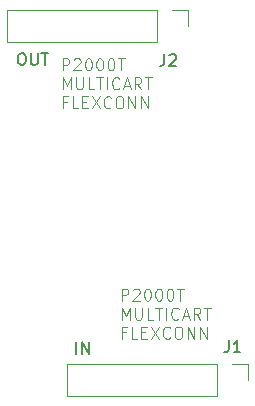
<source format=gbr>
%TF.GenerationSoftware,KiCad,Pcbnew,8.0.2*%
%TF.CreationDate,2024-12-23T10:52:27+01:00*%
%TF.ProjectId,flexconnector,666c6578-636f-46e6-9e65-63746f722e6b,rev?*%
%TF.SameCoordinates,Original*%
%TF.FileFunction,Legend,Top*%
%TF.FilePolarity,Positive*%
%FSLAX46Y46*%
G04 Gerber Fmt 4.6, Leading zero omitted, Abs format (unit mm)*
G04 Created by KiCad (PCBNEW 8.0.2) date 2024-12-23 10:52:27*
%MOMM*%
%LPD*%
G01*
G04 APERTURE LIST*
%ADD10C,0.100000*%
%ADD11C,0.150000*%
%ADD12C,0.120000*%
G04 APERTURE END LIST*
D10*
X29053884Y-29152531D02*
X29053884Y-28152531D01*
X29053884Y-28152531D02*
X29434836Y-28152531D01*
X29434836Y-28152531D02*
X29530074Y-28200150D01*
X29530074Y-28200150D02*
X29577693Y-28247769D01*
X29577693Y-28247769D02*
X29625312Y-28343007D01*
X29625312Y-28343007D02*
X29625312Y-28485864D01*
X29625312Y-28485864D02*
X29577693Y-28581102D01*
X29577693Y-28581102D02*
X29530074Y-28628721D01*
X29530074Y-28628721D02*
X29434836Y-28676340D01*
X29434836Y-28676340D02*
X29053884Y-28676340D01*
X30006265Y-28247769D02*
X30053884Y-28200150D01*
X30053884Y-28200150D02*
X30149122Y-28152531D01*
X30149122Y-28152531D02*
X30387217Y-28152531D01*
X30387217Y-28152531D02*
X30482455Y-28200150D01*
X30482455Y-28200150D02*
X30530074Y-28247769D01*
X30530074Y-28247769D02*
X30577693Y-28343007D01*
X30577693Y-28343007D02*
X30577693Y-28438245D01*
X30577693Y-28438245D02*
X30530074Y-28581102D01*
X30530074Y-28581102D02*
X29958646Y-29152531D01*
X29958646Y-29152531D02*
X30577693Y-29152531D01*
X31196741Y-28152531D02*
X31291979Y-28152531D01*
X31291979Y-28152531D02*
X31387217Y-28200150D01*
X31387217Y-28200150D02*
X31434836Y-28247769D01*
X31434836Y-28247769D02*
X31482455Y-28343007D01*
X31482455Y-28343007D02*
X31530074Y-28533483D01*
X31530074Y-28533483D02*
X31530074Y-28771578D01*
X31530074Y-28771578D02*
X31482455Y-28962054D01*
X31482455Y-28962054D02*
X31434836Y-29057292D01*
X31434836Y-29057292D02*
X31387217Y-29104912D01*
X31387217Y-29104912D02*
X31291979Y-29152531D01*
X31291979Y-29152531D02*
X31196741Y-29152531D01*
X31196741Y-29152531D02*
X31101503Y-29104912D01*
X31101503Y-29104912D02*
X31053884Y-29057292D01*
X31053884Y-29057292D02*
X31006265Y-28962054D01*
X31006265Y-28962054D02*
X30958646Y-28771578D01*
X30958646Y-28771578D02*
X30958646Y-28533483D01*
X30958646Y-28533483D02*
X31006265Y-28343007D01*
X31006265Y-28343007D02*
X31053884Y-28247769D01*
X31053884Y-28247769D02*
X31101503Y-28200150D01*
X31101503Y-28200150D02*
X31196741Y-28152531D01*
X32149122Y-28152531D02*
X32244360Y-28152531D01*
X32244360Y-28152531D02*
X32339598Y-28200150D01*
X32339598Y-28200150D02*
X32387217Y-28247769D01*
X32387217Y-28247769D02*
X32434836Y-28343007D01*
X32434836Y-28343007D02*
X32482455Y-28533483D01*
X32482455Y-28533483D02*
X32482455Y-28771578D01*
X32482455Y-28771578D02*
X32434836Y-28962054D01*
X32434836Y-28962054D02*
X32387217Y-29057292D01*
X32387217Y-29057292D02*
X32339598Y-29104912D01*
X32339598Y-29104912D02*
X32244360Y-29152531D01*
X32244360Y-29152531D02*
X32149122Y-29152531D01*
X32149122Y-29152531D02*
X32053884Y-29104912D01*
X32053884Y-29104912D02*
X32006265Y-29057292D01*
X32006265Y-29057292D02*
X31958646Y-28962054D01*
X31958646Y-28962054D02*
X31911027Y-28771578D01*
X31911027Y-28771578D02*
X31911027Y-28533483D01*
X31911027Y-28533483D02*
X31958646Y-28343007D01*
X31958646Y-28343007D02*
X32006265Y-28247769D01*
X32006265Y-28247769D02*
X32053884Y-28200150D01*
X32053884Y-28200150D02*
X32149122Y-28152531D01*
X33101503Y-28152531D02*
X33196741Y-28152531D01*
X33196741Y-28152531D02*
X33291979Y-28200150D01*
X33291979Y-28200150D02*
X33339598Y-28247769D01*
X33339598Y-28247769D02*
X33387217Y-28343007D01*
X33387217Y-28343007D02*
X33434836Y-28533483D01*
X33434836Y-28533483D02*
X33434836Y-28771578D01*
X33434836Y-28771578D02*
X33387217Y-28962054D01*
X33387217Y-28962054D02*
X33339598Y-29057292D01*
X33339598Y-29057292D02*
X33291979Y-29104912D01*
X33291979Y-29104912D02*
X33196741Y-29152531D01*
X33196741Y-29152531D02*
X33101503Y-29152531D01*
X33101503Y-29152531D02*
X33006265Y-29104912D01*
X33006265Y-29104912D02*
X32958646Y-29057292D01*
X32958646Y-29057292D02*
X32911027Y-28962054D01*
X32911027Y-28962054D02*
X32863408Y-28771578D01*
X32863408Y-28771578D02*
X32863408Y-28533483D01*
X32863408Y-28533483D02*
X32911027Y-28343007D01*
X32911027Y-28343007D02*
X32958646Y-28247769D01*
X32958646Y-28247769D02*
X33006265Y-28200150D01*
X33006265Y-28200150D02*
X33101503Y-28152531D01*
X33720551Y-28152531D02*
X34291979Y-28152531D01*
X34006265Y-29152531D02*
X34006265Y-28152531D01*
X29053884Y-30762475D02*
X29053884Y-29762475D01*
X29053884Y-29762475D02*
X29387217Y-30476760D01*
X29387217Y-30476760D02*
X29720550Y-29762475D01*
X29720550Y-29762475D02*
X29720550Y-30762475D01*
X30196741Y-29762475D02*
X30196741Y-30571998D01*
X30196741Y-30571998D02*
X30244360Y-30667236D01*
X30244360Y-30667236D02*
X30291979Y-30714856D01*
X30291979Y-30714856D02*
X30387217Y-30762475D01*
X30387217Y-30762475D02*
X30577693Y-30762475D01*
X30577693Y-30762475D02*
X30672931Y-30714856D01*
X30672931Y-30714856D02*
X30720550Y-30667236D01*
X30720550Y-30667236D02*
X30768169Y-30571998D01*
X30768169Y-30571998D02*
X30768169Y-29762475D01*
X31720550Y-30762475D02*
X31244360Y-30762475D01*
X31244360Y-30762475D02*
X31244360Y-29762475D01*
X31911027Y-29762475D02*
X32482455Y-29762475D01*
X32196741Y-30762475D02*
X32196741Y-29762475D01*
X32815789Y-30762475D02*
X32815789Y-29762475D01*
X33863407Y-30667236D02*
X33815788Y-30714856D01*
X33815788Y-30714856D02*
X33672931Y-30762475D01*
X33672931Y-30762475D02*
X33577693Y-30762475D01*
X33577693Y-30762475D02*
X33434836Y-30714856D01*
X33434836Y-30714856D02*
X33339598Y-30619617D01*
X33339598Y-30619617D02*
X33291979Y-30524379D01*
X33291979Y-30524379D02*
X33244360Y-30333903D01*
X33244360Y-30333903D02*
X33244360Y-30191046D01*
X33244360Y-30191046D02*
X33291979Y-30000570D01*
X33291979Y-30000570D02*
X33339598Y-29905332D01*
X33339598Y-29905332D02*
X33434836Y-29810094D01*
X33434836Y-29810094D02*
X33577693Y-29762475D01*
X33577693Y-29762475D02*
X33672931Y-29762475D01*
X33672931Y-29762475D02*
X33815788Y-29810094D01*
X33815788Y-29810094D02*
X33863407Y-29857713D01*
X34244360Y-30476760D02*
X34720550Y-30476760D01*
X34149122Y-30762475D02*
X34482455Y-29762475D01*
X34482455Y-29762475D02*
X34815788Y-30762475D01*
X35720550Y-30762475D02*
X35387217Y-30286284D01*
X35149122Y-30762475D02*
X35149122Y-29762475D01*
X35149122Y-29762475D02*
X35530074Y-29762475D01*
X35530074Y-29762475D02*
X35625312Y-29810094D01*
X35625312Y-29810094D02*
X35672931Y-29857713D01*
X35672931Y-29857713D02*
X35720550Y-29952951D01*
X35720550Y-29952951D02*
X35720550Y-30095808D01*
X35720550Y-30095808D02*
X35672931Y-30191046D01*
X35672931Y-30191046D02*
X35625312Y-30238665D01*
X35625312Y-30238665D02*
X35530074Y-30286284D01*
X35530074Y-30286284D02*
X35149122Y-30286284D01*
X36006265Y-29762475D02*
X36577693Y-29762475D01*
X36291979Y-30762475D02*
X36291979Y-29762475D01*
X29387217Y-31848609D02*
X29053884Y-31848609D01*
X29053884Y-32372419D02*
X29053884Y-31372419D01*
X29053884Y-31372419D02*
X29530074Y-31372419D01*
X30387217Y-32372419D02*
X29911027Y-32372419D01*
X29911027Y-32372419D02*
X29911027Y-31372419D01*
X30720551Y-31848609D02*
X31053884Y-31848609D01*
X31196741Y-32372419D02*
X30720551Y-32372419D01*
X30720551Y-32372419D02*
X30720551Y-31372419D01*
X30720551Y-31372419D02*
X31196741Y-31372419D01*
X31530075Y-31372419D02*
X32196741Y-32372419D01*
X32196741Y-31372419D02*
X31530075Y-32372419D01*
X33149122Y-32277180D02*
X33101503Y-32324800D01*
X33101503Y-32324800D02*
X32958646Y-32372419D01*
X32958646Y-32372419D02*
X32863408Y-32372419D01*
X32863408Y-32372419D02*
X32720551Y-32324800D01*
X32720551Y-32324800D02*
X32625313Y-32229561D01*
X32625313Y-32229561D02*
X32577694Y-32134323D01*
X32577694Y-32134323D02*
X32530075Y-31943847D01*
X32530075Y-31943847D02*
X32530075Y-31800990D01*
X32530075Y-31800990D02*
X32577694Y-31610514D01*
X32577694Y-31610514D02*
X32625313Y-31515276D01*
X32625313Y-31515276D02*
X32720551Y-31420038D01*
X32720551Y-31420038D02*
X32863408Y-31372419D01*
X32863408Y-31372419D02*
X32958646Y-31372419D01*
X32958646Y-31372419D02*
X33101503Y-31420038D01*
X33101503Y-31420038D02*
X33149122Y-31467657D01*
X33768170Y-31372419D02*
X33958646Y-31372419D01*
X33958646Y-31372419D02*
X34053884Y-31420038D01*
X34053884Y-31420038D02*
X34149122Y-31515276D01*
X34149122Y-31515276D02*
X34196741Y-31705752D01*
X34196741Y-31705752D02*
X34196741Y-32039085D01*
X34196741Y-32039085D02*
X34149122Y-32229561D01*
X34149122Y-32229561D02*
X34053884Y-32324800D01*
X34053884Y-32324800D02*
X33958646Y-32372419D01*
X33958646Y-32372419D02*
X33768170Y-32372419D01*
X33768170Y-32372419D02*
X33672932Y-32324800D01*
X33672932Y-32324800D02*
X33577694Y-32229561D01*
X33577694Y-32229561D02*
X33530075Y-32039085D01*
X33530075Y-32039085D02*
X33530075Y-31705752D01*
X33530075Y-31705752D02*
X33577694Y-31515276D01*
X33577694Y-31515276D02*
X33672932Y-31420038D01*
X33672932Y-31420038D02*
X33768170Y-31372419D01*
X34625313Y-32372419D02*
X34625313Y-31372419D01*
X34625313Y-31372419D02*
X35196741Y-32372419D01*
X35196741Y-32372419D02*
X35196741Y-31372419D01*
X35672932Y-32372419D02*
X35672932Y-31372419D01*
X35672932Y-31372419D02*
X36244360Y-32372419D01*
X36244360Y-32372419D02*
X36244360Y-31372419D01*
X34053884Y-48652531D02*
X34053884Y-47652531D01*
X34053884Y-47652531D02*
X34434836Y-47652531D01*
X34434836Y-47652531D02*
X34530074Y-47700150D01*
X34530074Y-47700150D02*
X34577693Y-47747769D01*
X34577693Y-47747769D02*
X34625312Y-47843007D01*
X34625312Y-47843007D02*
X34625312Y-47985864D01*
X34625312Y-47985864D02*
X34577693Y-48081102D01*
X34577693Y-48081102D02*
X34530074Y-48128721D01*
X34530074Y-48128721D02*
X34434836Y-48176340D01*
X34434836Y-48176340D02*
X34053884Y-48176340D01*
X35006265Y-47747769D02*
X35053884Y-47700150D01*
X35053884Y-47700150D02*
X35149122Y-47652531D01*
X35149122Y-47652531D02*
X35387217Y-47652531D01*
X35387217Y-47652531D02*
X35482455Y-47700150D01*
X35482455Y-47700150D02*
X35530074Y-47747769D01*
X35530074Y-47747769D02*
X35577693Y-47843007D01*
X35577693Y-47843007D02*
X35577693Y-47938245D01*
X35577693Y-47938245D02*
X35530074Y-48081102D01*
X35530074Y-48081102D02*
X34958646Y-48652531D01*
X34958646Y-48652531D02*
X35577693Y-48652531D01*
X36196741Y-47652531D02*
X36291979Y-47652531D01*
X36291979Y-47652531D02*
X36387217Y-47700150D01*
X36387217Y-47700150D02*
X36434836Y-47747769D01*
X36434836Y-47747769D02*
X36482455Y-47843007D01*
X36482455Y-47843007D02*
X36530074Y-48033483D01*
X36530074Y-48033483D02*
X36530074Y-48271578D01*
X36530074Y-48271578D02*
X36482455Y-48462054D01*
X36482455Y-48462054D02*
X36434836Y-48557292D01*
X36434836Y-48557292D02*
X36387217Y-48604912D01*
X36387217Y-48604912D02*
X36291979Y-48652531D01*
X36291979Y-48652531D02*
X36196741Y-48652531D01*
X36196741Y-48652531D02*
X36101503Y-48604912D01*
X36101503Y-48604912D02*
X36053884Y-48557292D01*
X36053884Y-48557292D02*
X36006265Y-48462054D01*
X36006265Y-48462054D02*
X35958646Y-48271578D01*
X35958646Y-48271578D02*
X35958646Y-48033483D01*
X35958646Y-48033483D02*
X36006265Y-47843007D01*
X36006265Y-47843007D02*
X36053884Y-47747769D01*
X36053884Y-47747769D02*
X36101503Y-47700150D01*
X36101503Y-47700150D02*
X36196741Y-47652531D01*
X37149122Y-47652531D02*
X37244360Y-47652531D01*
X37244360Y-47652531D02*
X37339598Y-47700150D01*
X37339598Y-47700150D02*
X37387217Y-47747769D01*
X37387217Y-47747769D02*
X37434836Y-47843007D01*
X37434836Y-47843007D02*
X37482455Y-48033483D01*
X37482455Y-48033483D02*
X37482455Y-48271578D01*
X37482455Y-48271578D02*
X37434836Y-48462054D01*
X37434836Y-48462054D02*
X37387217Y-48557292D01*
X37387217Y-48557292D02*
X37339598Y-48604912D01*
X37339598Y-48604912D02*
X37244360Y-48652531D01*
X37244360Y-48652531D02*
X37149122Y-48652531D01*
X37149122Y-48652531D02*
X37053884Y-48604912D01*
X37053884Y-48604912D02*
X37006265Y-48557292D01*
X37006265Y-48557292D02*
X36958646Y-48462054D01*
X36958646Y-48462054D02*
X36911027Y-48271578D01*
X36911027Y-48271578D02*
X36911027Y-48033483D01*
X36911027Y-48033483D02*
X36958646Y-47843007D01*
X36958646Y-47843007D02*
X37006265Y-47747769D01*
X37006265Y-47747769D02*
X37053884Y-47700150D01*
X37053884Y-47700150D02*
X37149122Y-47652531D01*
X38101503Y-47652531D02*
X38196741Y-47652531D01*
X38196741Y-47652531D02*
X38291979Y-47700150D01*
X38291979Y-47700150D02*
X38339598Y-47747769D01*
X38339598Y-47747769D02*
X38387217Y-47843007D01*
X38387217Y-47843007D02*
X38434836Y-48033483D01*
X38434836Y-48033483D02*
X38434836Y-48271578D01*
X38434836Y-48271578D02*
X38387217Y-48462054D01*
X38387217Y-48462054D02*
X38339598Y-48557292D01*
X38339598Y-48557292D02*
X38291979Y-48604912D01*
X38291979Y-48604912D02*
X38196741Y-48652531D01*
X38196741Y-48652531D02*
X38101503Y-48652531D01*
X38101503Y-48652531D02*
X38006265Y-48604912D01*
X38006265Y-48604912D02*
X37958646Y-48557292D01*
X37958646Y-48557292D02*
X37911027Y-48462054D01*
X37911027Y-48462054D02*
X37863408Y-48271578D01*
X37863408Y-48271578D02*
X37863408Y-48033483D01*
X37863408Y-48033483D02*
X37911027Y-47843007D01*
X37911027Y-47843007D02*
X37958646Y-47747769D01*
X37958646Y-47747769D02*
X38006265Y-47700150D01*
X38006265Y-47700150D02*
X38101503Y-47652531D01*
X38720551Y-47652531D02*
X39291979Y-47652531D01*
X39006265Y-48652531D02*
X39006265Y-47652531D01*
X34053884Y-50262475D02*
X34053884Y-49262475D01*
X34053884Y-49262475D02*
X34387217Y-49976760D01*
X34387217Y-49976760D02*
X34720550Y-49262475D01*
X34720550Y-49262475D02*
X34720550Y-50262475D01*
X35196741Y-49262475D02*
X35196741Y-50071998D01*
X35196741Y-50071998D02*
X35244360Y-50167236D01*
X35244360Y-50167236D02*
X35291979Y-50214856D01*
X35291979Y-50214856D02*
X35387217Y-50262475D01*
X35387217Y-50262475D02*
X35577693Y-50262475D01*
X35577693Y-50262475D02*
X35672931Y-50214856D01*
X35672931Y-50214856D02*
X35720550Y-50167236D01*
X35720550Y-50167236D02*
X35768169Y-50071998D01*
X35768169Y-50071998D02*
X35768169Y-49262475D01*
X36720550Y-50262475D02*
X36244360Y-50262475D01*
X36244360Y-50262475D02*
X36244360Y-49262475D01*
X36911027Y-49262475D02*
X37482455Y-49262475D01*
X37196741Y-50262475D02*
X37196741Y-49262475D01*
X37815789Y-50262475D02*
X37815789Y-49262475D01*
X38863407Y-50167236D02*
X38815788Y-50214856D01*
X38815788Y-50214856D02*
X38672931Y-50262475D01*
X38672931Y-50262475D02*
X38577693Y-50262475D01*
X38577693Y-50262475D02*
X38434836Y-50214856D01*
X38434836Y-50214856D02*
X38339598Y-50119617D01*
X38339598Y-50119617D02*
X38291979Y-50024379D01*
X38291979Y-50024379D02*
X38244360Y-49833903D01*
X38244360Y-49833903D02*
X38244360Y-49691046D01*
X38244360Y-49691046D02*
X38291979Y-49500570D01*
X38291979Y-49500570D02*
X38339598Y-49405332D01*
X38339598Y-49405332D02*
X38434836Y-49310094D01*
X38434836Y-49310094D02*
X38577693Y-49262475D01*
X38577693Y-49262475D02*
X38672931Y-49262475D01*
X38672931Y-49262475D02*
X38815788Y-49310094D01*
X38815788Y-49310094D02*
X38863407Y-49357713D01*
X39244360Y-49976760D02*
X39720550Y-49976760D01*
X39149122Y-50262475D02*
X39482455Y-49262475D01*
X39482455Y-49262475D02*
X39815788Y-50262475D01*
X40720550Y-50262475D02*
X40387217Y-49786284D01*
X40149122Y-50262475D02*
X40149122Y-49262475D01*
X40149122Y-49262475D02*
X40530074Y-49262475D01*
X40530074Y-49262475D02*
X40625312Y-49310094D01*
X40625312Y-49310094D02*
X40672931Y-49357713D01*
X40672931Y-49357713D02*
X40720550Y-49452951D01*
X40720550Y-49452951D02*
X40720550Y-49595808D01*
X40720550Y-49595808D02*
X40672931Y-49691046D01*
X40672931Y-49691046D02*
X40625312Y-49738665D01*
X40625312Y-49738665D02*
X40530074Y-49786284D01*
X40530074Y-49786284D02*
X40149122Y-49786284D01*
X41006265Y-49262475D02*
X41577693Y-49262475D01*
X41291979Y-50262475D02*
X41291979Y-49262475D01*
X34387217Y-51348609D02*
X34053884Y-51348609D01*
X34053884Y-51872419D02*
X34053884Y-50872419D01*
X34053884Y-50872419D02*
X34530074Y-50872419D01*
X35387217Y-51872419D02*
X34911027Y-51872419D01*
X34911027Y-51872419D02*
X34911027Y-50872419D01*
X35720551Y-51348609D02*
X36053884Y-51348609D01*
X36196741Y-51872419D02*
X35720551Y-51872419D01*
X35720551Y-51872419D02*
X35720551Y-50872419D01*
X35720551Y-50872419D02*
X36196741Y-50872419D01*
X36530075Y-50872419D02*
X37196741Y-51872419D01*
X37196741Y-50872419D02*
X36530075Y-51872419D01*
X38149122Y-51777180D02*
X38101503Y-51824800D01*
X38101503Y-51824800D02*
X37958646Y-51872419D01*
X37958646Y-51872419D02*
X37863408Y-51872419D01*
X37863408Y-51872419D02*
X37720551Y-51824800D01*
X37720551Y-51824800D02*
X37625313Y-51729561D01*
X37625313Y-51729561D02*
X37577694Y-51634323D01*
X37577694Y-51634323D02*
X37530075Y-51443847D01*
X37530075Y-51443847D02*
X37530075Y-51300990D01*
X37530075Y-51300990D02*
X37577694Y-51110514D01*
X37577694Y-51110514D02*
X37625313Y-51015276D01*
X37625313Y-51015276D02*
X37720551Y-50920038D01*
X37720551Y-50920038D02*
X37863408Y-50872419D01*
X37863408Y-50872419D02*
X37958646Y-50872419D01*
X37958646Y-50872419D02*
X38101503Y-50920038D01*
X38101503Y-50920038D02*
X38149122Y-50967657D01*
X38768170Y-50872419D02*
X38958646Y-50872419D01*
X38958646Y-50872419D02*
X39053884Y-50920038D01*
X39053884Y-50920038D02*
X39149122Y-51015276D01*
X39149122Y-51015276D02*
X39196741Y-51205752D01*
X39196741Y-51205752D02*
X39196741Y-51539085D01*
X39196741Y-51539085D02*
X39149122Y-51729561D01*
X39149122Y-51729561D02*
X39053884Y-51824800D01*
X39053884Y-51824800D02*
X38958646Y-51872419D01*
X38958646Y-51872419D02*
X38768170Y-51872419D01*
X38768170Y-51872419D02*
X38672932Y-51824800D01*
X38672932Y-51824800D02*
X38577694Y-51729561D01*
X38577694Y-51729561D02*
X38530075Y-51539085D01*
X38530075Y-51539085D02*
X38530075Y-51205752D01*
X38530075Y-51205752D02*
X38577694Y-51015276D01*
X38577694Y-51015276D02*
X38672932Y-50920038D01*
X38672932Y-50920038D02*
X38768170Y-50872419D01*
X39625313Y-51872419D02*
X39625313Y-50872419D01*
X39625313Y-50872419D02*
X40196741Y-51872419D01*
X40196741Y-51872419D02*
X40196741Y-50872419D01*
X40672932Y-51872419D02*
X40672932Y-50872419D01*
X40672932Y-50872419D02*
X41244360Y-51872419D01*
X41244360Y-51872419D02*
X41244360Y-50872419D01*
D11*
X37666666Y-27775819D02*
X37666666Y-28490104D01*
X37666666Y-28490104D02*
X37619047Y-28632961D01*
X37619047Y-28632961D02*
X37523809Y-28728200D01*
X37523809Y-28728200D02*
X37380952Y-28775819D01*
X37380952Y-28775819D02*
X37285714Y-28775819D01*
X38095238Y-27871057D02*
X38142857Y-27823438D01*
X38142857Y-27823438D02*
X38238095Y-27775819D01*
X38238095Y-27775819D02*
X38476190Y-27775819D01*
X38476190Y-27775819D02*
X38571428Y-27823438D01*
X38571428Y-27823438D02*
X38619047Y-27871057D01*
X38619047Y-27871057D02*
X38666666Y-27966295D01*
X38666666Y-27966295D02*
X38666666Y-28061533D01*
X38666666Y-28061533D02*
X38619047Y-28204390D01*
X38619047Y-28204390D02*
X38047619Y-28775819D01*
X38047619Y-28775819D02*
X38666666Y-28775819D01*
X25500000Y-27704819D02*
X25690476Y-27704819D01*
X25690476Y-27704819D02*
X25785714Y-27752438D01*
X25785714Y-27752438D02*
X25880952Y-27847676D01*
X25880952Y-27847676D02*
X25928571Y-28038152D01*
X25928571Y-28038152D02*
X25928571Y-28371485D01*
X25928571Y-28371485D02*
X25880952Y-28561961D01*
X25880952Y-28561961D02*
X25785714Y-28657200D01*
X25785714Y-28657200D02*
X25690476Y-28704819D01*
X25690476Y-28704819D02*
X25500000Y-28704819D01*
X25500000Y-28704819D02*
X25404762Y-28657200D01*
X25404762Y-28657200D02*
X25309524Y-28561961D01*
X25309524Y-28561961D02*
X25261905Y-28371485D01*
X25261905Y-28371485D02*
X25261905Y-28038152D01*
X25261905Y-28038152D02*
X25309524Y-27847676D01*
X25309524Y-27847676D02*
X25404762Y-27752438D01*
X25404762Y-27752438D02*
X25500000Y-27704819D01*
X26357143Y-27704819D02*
X26357143Y-28514342D01*
X26357143Y-28514342D02*
X26404762Y-28609580D01*
X26404762Y-28609580D02*
X26452381Y-28657200D01*
X26452381Y-28657200D02*
X26547619Y-28704819D01*
X26547619Y-28704819D02*
X26738095Y-28704819D01*
X26738095Y-28704819D02*
X26833333Y-28657200D01*
X26833333Y-28657200D02*
X26880952Y-28609580D01*
X26880952Y-28609580D02*
X26928571Y-28514342D01*
X26928571Y-28514342D02*
X26928571Y-27704819D01*
X27261905Y-27704819D02*
X27833333Y-27704819D01*
X27547619Y-28704819D02*
X27547619Y-27704819D01*
X43100666Y-52032819D02*
X43100666Y-52747104D01*
X43100666Y-52747104D02*
X43053047Y-52889961D01*
X43053047Y-52889961D02*
X42957809Y-52985200D01*
X42957809Y-52985200D02*
X42814952Y-53032819D01*
X42814952Y-53032819D02*
X42719714Y-53032819D01*
X44100666Y-53032819D02*
X43529238Y-53032819D01*
X43814952Y-53032819D02*
X43814952Y-52032819D01*
X43814952Y-52032819D02*
X43719714Y-52175676D01*
X43719714Y-52175676D02*
X43624476Y-52270914D01*
X43624476Y-52270914D02*
X43529238Y-52318533D01*
X30210191Y-53159819D02*
X30210191Y-52159819D01*
X30686381Y-53159819D02*
X30686381Y-52159819D01*
X30686381Y-52159819D02*
X31257809Y-53159819D01*
X31257809Y-53159819D02*
X31257809Y-52159819D01*
D12*
%TO.C,J2*%
X39684000Y-24070000D02*
X39684000Y-25400000D01*
X38354000Y-24070000D02*
X39684000Y-24070000D01*
X37084000Y-24070000D02*
X24324000Y-24070000D01*
X37084000Y-24070000D02*
X37084000Y-26730000D01*
X24324000Y-24070000D02*
X24324000Y-26730000D01*
X37084000Y-26730000D02*
X24324000Y-26730000D01*
%TO.C,J1*%
X44764000Y-54042000D02*
X44764000Y-55372000D01*
X43434000Y-54042000D02*
X44764000Y-54042000D01*
X42164000Y-54042000D02*
X29404000Y-54042000D01*
X42164000Y-54042000D02*
X42164000Y-56702000D01*
X29404000Y-54042000D02*
X29404000Y-56702000D01*
X42164000Y-56702000D02*
X29404000Y-56702000D01*
%TD*%
M02*

</source>
